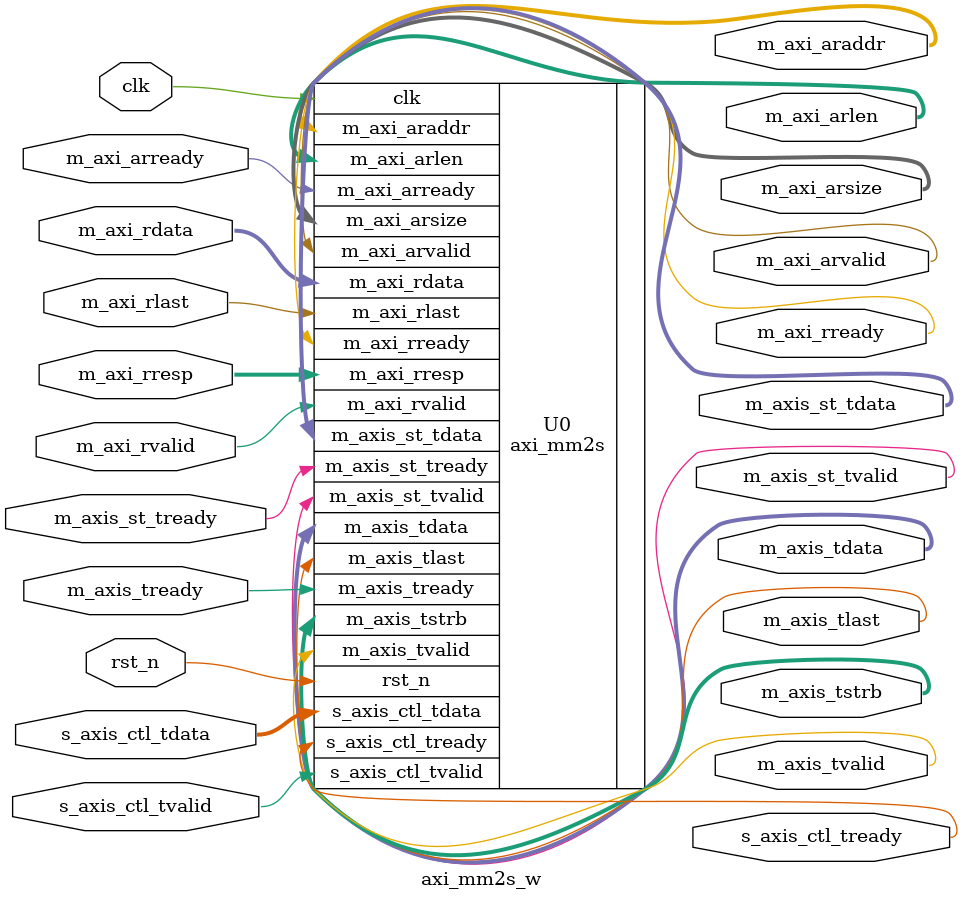
<source format=v>
/*
	This Source Code Form is subject to the terms of the Mozilla Public
	License, v. 2.0. If a copy of the MPL was not distributed with this
	file, You can obtain one at https://mozilla.org/MPL/2.0/.
*/

module axi_mm2s_w
#(
	parameter C_AXI_WIDTH = 64,
	parameter C_AXI_ADDR_WIDTH = 64,
	parameter C_AXI_MAX_BURST = 255,
	parameter C_FIFO_SIZE = 256,
	parameter C_FIFO_TYPE = "block"
)
(
	input wire clk,
	input wire rst_n,

	// S_AXIS_CTL

	input wire [C_AXI_ADDR_WIDTH+15:0] s_axis_ctl_tdata,
	input wire s_axis_ctl_tvalid,
	output wire s_axis_ctl_tready,

	// M_AXIS_ST

	output wire [7:0] m_axis_st_tdata,
	output wire m_axis_st_tvalid,
	input wire m_axis_st_tready,

	// M_AXI

	output wire [C_AXI_ADDR_WIDTH-1:0] m_axi_araddr,
	output wire [7:0] m_axi_arlen,
	output wire [2:0] m_axi_arsize,
	output wire m_axi_arvalid,
	input wire m_axi_arready,

	input wire [C_AXI_WIDTH-1:0] m_axi_rdata,
	input wire [1:0] m_axi_rresp,
	input wire m_axi_rvalid,
	input wire m_axi_rlast,
	output wire m_axi_rready,

	// M_AXIS

	output wire [C_AXI_WIDTH-1:0] m_axis_tdata,
	output wire [(C_AXI_WIDTH/8)-1:0] m_axis_tstrb,
	output wire m_axis_tlast,
	output wire m_axis_tvalid,
	input wire m_axis_tready
);
	axi_mm2s
	#(
		.C_AXI_WIDTH(C_AXI_WIDTH),
		.C_AXI_ADDR_WIDTH(C_AXI_ADDR_WIDTH),
		.C_AXI_MAX_BURST(C_AXI_MAX_BURST),
		.C_FIFO_SIZE(C_FIFO_SIZE),
		.C_FIFO_TYPE(C_FIFO_TYPE)
	)
	U0
	(
		.clk(clk),
		.rst_n(rst_n),

		// S_AXIS_CTL

		.s_axis_ctl_tdata(s_axis_ctl_tdata),
		.s_axis_ctl_tvalid(s_axis_ctl_tvalid),
		.s_axis_ctl_tready(s_axis_ctl_tready),

		// M_AXIS_ST

		.m_axis_st_tdata(m_axis_st_tdata),
		.m_axis_st_tvalid(m_axis_st_tvalid),
		.m_axis_st_tready(m_axis_st_tready),

		// M_AXI

		.m_axi_araddr(m_axi_araddr),
		.m_axi_arlen(m_axi_arlen),
		.m_axi_arsize(m_axi_arsize),
		.m_axi_arvalid(m_axi_arvalid),
		.m_axi_arready(m_axi_arready),

		.m_axi_rdata(m_axi_rdata),
		.m_axi_rresp(m_axi_rresp),
		.m_axi_rvalid(m_axi_rvalid),
		.m_axi_rlast(m_axi_rlast),
		.m_axi_rready(m_axi_rready),

		// M_AXIS

		.m_axis_tdata(m_axis_tdata),
		.m_axis_tstrb(m_axis_tstrb),
		.m_axis_tlast(m_axis_tlast),
		.m_axis_tvalid(m_axis_tvalid),
		.m_axis_tready(m_axis_tready)
	);
endmodule

</source>
